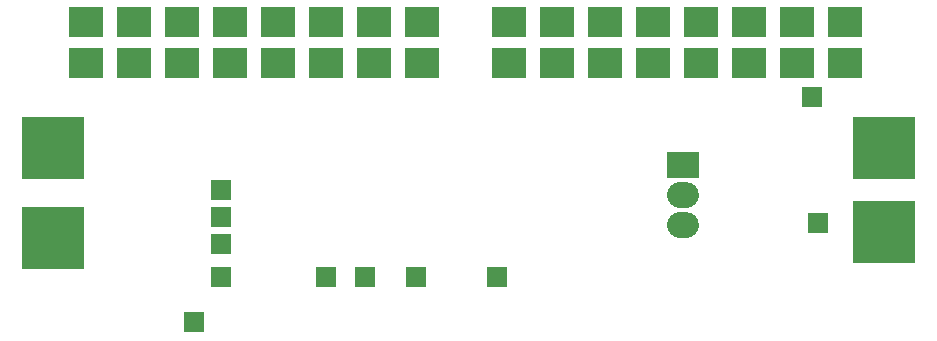
<source format=gbs>
G04 ---------------------------- Layer name :BOTTOM SOLDER LAYER*
G04 EasyEDA v5.5.11, Mon, 04 Jun 2018 22:37:14 GMT*
G04 4e3370736bcd402486d42fd13c25843b*
G04 Gerber Generator version 0.2*
G04 Scale: 100 percent, Rotated: No, Reflected: No *
G04 Dimensions in millimeters *
G04 leading zeros omitted , absolute positions ,3 integer and 3 decimal *
%FSLAX33Y33*%
%MOMM*%
G90*
G71D02*

%ADD36R,2.903220X2.503195*%
%ADD42C,2.203196*%
%ADD43R,2.703195X2.203196*%
%ADD44R,1.778000X1.778000*%
%ADD45R,1.778000X1.778254*%
%ADD46R,1.778254X1.778254*%
%ADD47R,1.778254X1.778203*%
%ADD48R,2.203196X2.203196*%

%LPD*%
G54D42*
G01X57144Y11557D02*
G01X56647Y11557D01*
G01X57144Y14097D02*
G01X56647Y14097D01*
G54D36*
G01X6350Y28702D03*
G01X6350Y25247D03*
G01X10414Y28702D03*
G01X10414Y25247D03*
G01X14478Y28702D03*
G01X14478Y25247D03*
G01X18542Y28702D03*
G01X18542Y25247D03*
G01X22606Y28702D03*
G01X22606Y25247D03*
G01X26670Y28702D03*
G01X26670Y25247D03*
G01X30734Y28702D03*
G01X30734Y25247D03*
G01X34798Y28702D03*
G01X34798Y25247D03*
G01X42164Y28702D03*
G01X42164Y25247D03*
G01X46228Y28702D03*
G01X46228Y25247D03*
G01X50292Y28702D03*
G01X50292Y25247D03*
G01X54356Y28702D03*
G01X54356Y25247D03*
G01X58420Y28702D03*
G01X58420Y25247D03*
G01X62484Y28702D03*
G01X62484Y25247D03*
G01X66548Y28702D03*
G01X66548Y25247D03*
G01X70612Y28702D03*
G01X70612Y25247D03*
G54D43*
G01X56896Y16637D03*
G54D44*
G01X26670Y7112D03*
G01X29972Y7112D03*
G01X34290Y7112D03*
G54D45*
G01X41148Y7112D03*
G54D44*
G01X17780Y7112D03*
G54D46*
G01X67818Y22352D03*
G54D47*
G01X17780Y14478D03*
G54D46*
G01X17780Y12192D03*
G01X68326Y11684D03*
G01X17780Y9906D03*
G01X15494Y3302D03*
G54D48*
G01X3556Y18034D03*
G01X5080Y18034D03*
G01X2032Y18034D03*
G01X3556Y16510D03*
G01X5080Y16510D03*
G01X2032Y16510D03*
G01X3556Y19558D03*
G01X5080Y19558D03*
G01X2032Y19558D03*
G01X3556Y10414D03*
G01X5080Y10414D03*
G01X2032Y10414D03*
G01X3556Y8890D03*
G01X5080Y8890D03*
G01X2032Y8890D03*
G01X3556Y11938D03*
G01X5080Y11938D03*
G01X2032Y11938D03*
G01X73914Y10922D03*
G01X75438Y10922D03*
G01X72390Y10922D03*
G01X73914Y9398D03*
G01X75438Y9398D03*
G01X72390Y9398D03*
G01X73914Y12446D03*
G01X75438Y12446D03*
G01X72390Y12446D03*
G01X73914Y18034D03*
G01X75438Y18034D03*
G01X72390Y18034D03*
G01X73914Y16510D03*
G01X75438Y16510D03*
G01X72390Y16510D03*
G01X73914Y19558D03*
G01X75438Y19558D03*
G01X72390Y19558D03*
M00*
M02*

</source>
